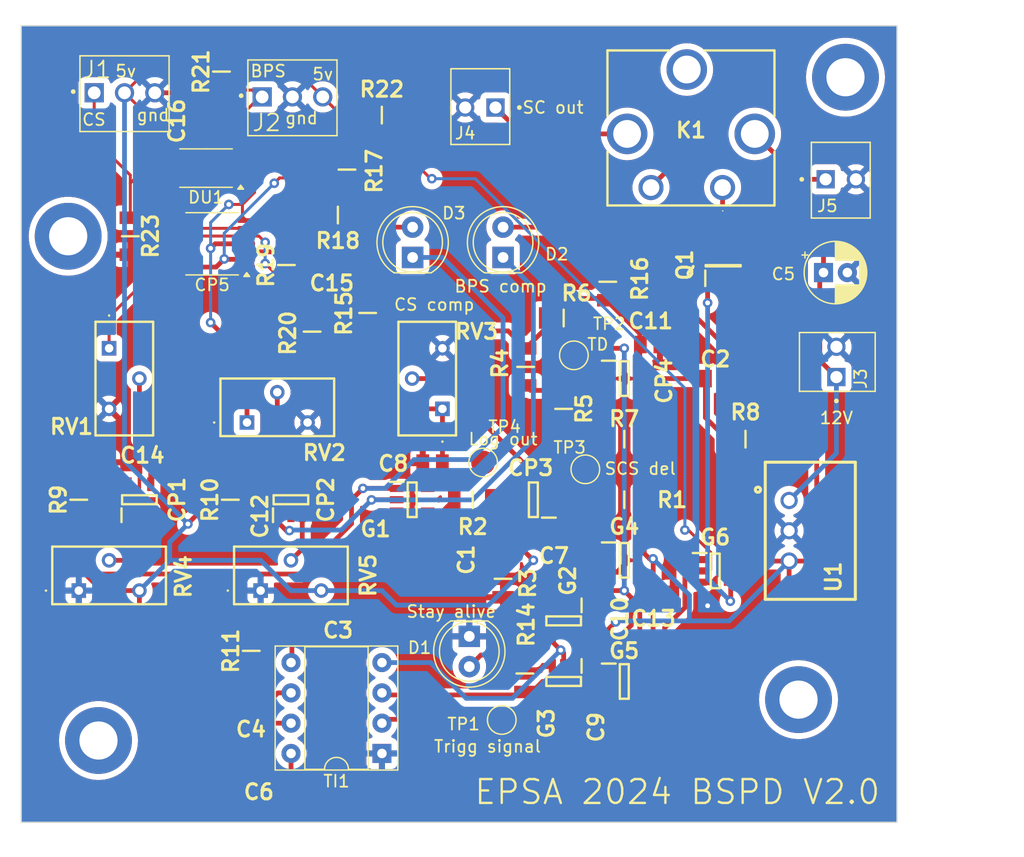
<source format=kicad_pcb>
(kicad_pcb (version 20240108) (generator "pcbnew") (generator_version "8.0")
  (layers (0 "F.Cu" signal) (31 "B.Cu" signal) (34 "B.Paste" user) (35 "F.Paste" user) (36 "B.SilkS" user "B.Silkscreen") (37 "F.SilkS" user "F.Silkscreen") (38 "B.Mask" user) (39 "F.Mask" user) (44 "Edge.Cuts" user))
  (net 0 "")
  (net 1 "Net-(CP3-IN+)")
  (net 2 "0")
  (net 3 "Net-(CP4-IN+)")
  (net 4 "Net-(TI1-CONTROL_VOLTAGE)")
  (net 5 "Net-(TI1-DISCHARGE)")
  (net 6 "Net-(CP1-IN-)")
  (net 7 "Net-(CP1-OUT)")
  (net 8 "Net-(CP1-IN+)")
  (net 9 "+5V")
  (net 10 "Net-(CP2-OUT)")
  (net 11 "Net-(CP2-IN+)")
  (net 12 "Net-(CP2-IN-)")
  (net 13 "Del")
  (net 14 "Net-(CP3-IN-)")
  (net 15 "Trigg")
  (net 16 "Net-(CP4-IN-)")
  (net 17 "Logic out")
  (net 18 "Net-(D1-A)")
  (net 19 "Trigg Signal")
  (net 20 "Net-(D2-A)")
  (net 21 "StayAlive")
  (net 22 "BSPDE")
  (net 23 "Current Sensor IN")
  (net 24 "BPS Signal")
  (net 25 "+12V")
  (net 26 "Net-(D3-A)")
  (net 27 "Net-(K1-Pad1)")
  (net 28 "Net-(G2-Y)")
  (net 29 "Net-(G4-Y)")
  (net 30 "Net-(G6-Y)")
  (net 31 "SCS Compliance")
  (net 32 "Raw Current Sensor")
  (net 33 "Raw BPS Signal")
  (net 34 "SC out")
  (net 35 "SC in")
  (net 37 "GND")
  (net 38 "/0.75V")
  (net 39 "/4.25V")
  (footprint "Package_SO:TSSOP-14_4.4x5mm_P0.65mm" (layer "F.Cu") (at 112.776 69.977 180)
    (property "Reference" "CP5")
    (property "Value" "Opamp_Quad")
  )
  (footprint "EPSA_lib:SOT95P280X145-5N" (layer "F.Cu") (at 142.24 101.6 -90)
    (property "Reference" "G2")
    (property "Value" "Gate NAND SN74AHCT1G00DBVR" (hide yes))
  )
  (footprint "EPSA_lib:CAPC2012X130N" (layer "F.Cu") (at 139.330641 94.192119)
    (property "Reference" "C7")
    (property "Value" "Condensateur 0805Y1000104JXT" (hide yes))
  )
  (footprint "EPSA_lib:SOT95P280X145-5N" (layer "F.Cu") (at 147.32 96.52)
    (property "Reference" "G4")
    (property "Value" "Gate OR SN74AHCT1G32DBVR" (hide yes))
  )
  (footprint "EPSA_lib:MOLEX_22-11-2022" (layer "F.Cu") (at 136.525 58.547 180)
    (property "Reference" "J4")
    (property "Value" "2P Droit 2-11-2022")
  )
  (footprint "" (layer "F.Cu") (at 161.925 108.204)
    (property "Reference" "")
    (property "Value" "")
  )
  (footprint "EPSA_lib:TSR-0.5-2433" (layer "F.Cu") (at 159.136 88.2915 -90)
    (property "Reference" "U1")
    (property "Value" "Alim LP TSR_0.5-2450" (hide yes))
  )
  (footprint "EPSA_lib:3296Y1223LF" (layer "F.Cu") (at 116.84 99.06 -90)
    (property "Reference" "RV5")
    (property "Value" "Varystor 3296Y-1-223LF" (hide yes))
  )
  (footprint "EPSA_lib:RESC3216X70N" (layer "F.Cu") (at 134.62 91.44)
    (property "Reference" "R2")
    (property "Value" "Résistance RK73H2BLTDD2152F" (hide yes))
  )
  (footprint "" (layer "F.Cu") (at 100.711 69.342)
    (property "Reference" "")
    (property "Value" "")
  )
  (footprint "EPSA_lib:SOT95P280X145-5N" (layer "F.Cu") (at 147.32 106.68)
    (property "Reference" "G5")
    (property "Value" "Gate NOR SN74AHCT1G02DBVR" (hide yes))
  )
  (footprint "EPSA_lib:RESC3216X70N" (layer "F.Cu") (at 139.052725 80.299257 -90)
    (property "Reference" "R4")
    (property "Value" "Résistance RK73H2BLTDD2152F" (hide yes))
  )
  (footprint "Package_DIP:DIP-8_W7.62mm_Socket" (layer "F.Cu") (at 127.008945 112.718181 180)
    (property "Reference" "TI1")
    (property "Value" "Timer 555 LM555CMX_NOPB")
  )
  (footprint "LED_THT:LED_D5.0mm" (layer "F.Cu") (at 134.330177 102.89618 -90)
    (property "Reference" "D1")
    (property "Value" "LED")
  )
  (footprint "EPSA_lib:RESC3216X70N" (layer "F.Cu") (at 127 59.182)
    (property "Reference" "R22")
    (property "Value" "10k" (hide yes))
  )
  (footprint "EPSA_lib:SOT95P280X145-5N" (layer "F.Cu") (at 142.24 106.68 -90)
    (property "Reference" "G3")
    (property "Value" "Gate NAND SN74AHCT1G00DBVR" (hide yes))
  )
  (footprint "EPSA_lib:SOT95P280X145-5N" (layer "F.Cu") (at 106.68 91.44 90)
    (property "Reference" "CP1")
    (property "Value" "Comparateur TS391ILT" (hide yes))
  )
  (footprint "EPSA_lib:CAPC2012X130N" (layer "F.Cu") (at 144.996793 101.858091 90)
    (property "Reference" "C10")
    (property "Value" "Condensateur 0805Y1000104JXT" (hide yes))
  )
  (footprint "EPSA_lib:CAPC2012X130N" (layer "F.Cu") (at 103.826525 89.121713 90)
    (property "Reference" "C14")
    (property "Value" "Condensateur 0805Y1000104JXT" (hide yes))
  )
  (footprint "EPSA_lib:RESC3216X70N" (layer "F.Cu") (at 147.32 86.36)
    (property "Reference" "R7")
    (property "Value" "Résistance RK73H2BLTDD2152F" (hide yes))
  )
  (footprint "EPSA_lib:CAPC2012X130N" (layer "F.Cu") (at 150.565317 99.377893)
    (property "Reference" "C13")
    (property "Value" "Condensateur 0805Y1000104JXT" (hide yes))
  )
  (footprint "EPSA_lib:SOT95P280X145-5N" (layer "F.Cu") (at 154.94 97.409)
    (property "Reference" "G6")
    (property "Value" "Gate AND SN74AHCT1G08DBVR" (hide yes))
  )
  (footprint "TestPoint:TestPoint_Pad_D2.0mm" (layer "F.Cu") (at 144.055444 88.887924)
    (property "Reference" "TP3")
    (property "Value" "type=\"R\" model=\"TestPoint\" lib=\"\"")
  )
  (footprint "EPSA_lib:RESC3216X70N" (layer "F.Cu") (at 118.999 71.755 90)
    (property "Reference" "R19")
    (property "Value" "12k" (hide yes))
  )
  (footprint "EPSA_lib:CP112V" (layer "F.Cu") (at 155.5585 65.2605 180)
    (property "Reference" "K1")
    (property "Value" "Relais PCB" (hide yes))
  )
  (footprint "EPSA_lib:RESC3216X70N" (layer "F.Cu") (at 125.811056 75.776009 -90)
    (property "Reference" "R15")
    (property "Value" "Résistance RK73H2BLTDD2152F" (hide yes))
  )
  (footprint "EPSA_lib:3296Y1223LF" (layer "F.Cu") (at 104.14 78.74 180)
    (property "Reference" "RV1")
    (property "Value" "Varystor 3296Y-1-223LF" (hide yes))
  )
  (footprint "EPSA_lib:3296Y1223LF" (layer "F.Cu") (at 101.6 99.06 -90)
    (property "Reference" "RV4")
    (property "Value" "Varystor 3296Y-1-223LF" (hide yes))
  )
  (footprint "EPSA_lib:RESC3216X70N" (layer "F.Cu") (at 157.48 86.36 180)
    (property "Reference" "R8")
    (property "Value" "Résistance RK73H2BLTDD2152F" (hide yes))
  )
  (footprint "EPSA_lib:CAPC2012X130N" (layer "F.Cu") (at 149.48666 78.426525)
    (property "Reference" "C11")
    (property "Value" "Condensateur 0805Y1000104JXT" (hide yes))
  )
  (footprint "EPSA_lib:RESC3216X70N" (layer "F.Cu") (at 147.32 91.44)
    (property "Reference" "R1")
    (property "Value" "Résistance RK73H2BLTDD2152F" (hide yes))
  )
  (footprint "EPSA_lib:CAPC2012X130N" (layer "F.Cu") (at 154.94 81.28)
    (property "Reference" "C2")
    (property "Value" "Condensateur 0805Y1000104JXT" (hide yes))
  )
  (footprint "EPSA_lib:CAPC2012X130N" (layer "F.Cu") (at 111.448 59.69 90)
    (property "Reference" "C16")
    (property "Value" "Condensateur 0805Y1000104JXT" (hide yes))
  )
  (footprint "EPSA_lib:3296Y1223LF" (layer "F.Cu") (at 115.697 84.963 -90)
    (property "Reference" "RV2")
    (property "Value" "Varystor 3296Y-1-223LF" (hide yes))
  )
  (footprint "EPSA_lib:RESC3216X70N" (layer "F.Cu") (at 116.054103 104.111595 90)
    (property "Reference" "R11")
    (property "Value" "Résistance RK73H2BLTDD2152F" (hide yes))
  )
  (footprint "LED_THT:LED_D5.0mm" (layer "F.Cu") (at 137.16 71.12 90)
    (property "Reference" "D2")
    (property "Value" "LED")
  )
  (footprint "EPSA_lib:MOLEX_22-11-2022" (layer "F.Cu") (at 165.1 81.153 90)
    (property "Reference" "J3")
    (property "Value" "2P Droit 2-11-2022")
  )
  (footprint "LED_THT:LED_D5.0mm" (layer "F.Cu") (at 129.579341 71.12 90)
    (property "Reference" "D3")
    (property "Value" "LED")
  )
  (footprint "EPSA_lib:RESC3216X70N" (layer "F.Cu") (at 138.991482 106.011767 -90)
    (property "Reference" "R14")
    (property "Value" "Résistance RK73H2BLTDD2152F" (hide yes))
  )
  (footprint "EPSA_lib:RESC3216X70N" (layer "F.Cu") (at 113.56 55.534001 90)
    (property "Reference" "R21")
    (property "Value" "500k" (hide yes))
  )
  (footprint "EPSA_lib:CAPC2012X130N" (layer "F.Cu") (at 120.036769 115.893642)
    (property "Reference" "C6")
    (property "Value" "Condensateur 0805Y1000104JXT" (hide yes))
  )
  (footprint "TestPoint:TestPoint_Pad_D2.0mm" (layer "F.Cu") (at 137.051316 109.908327)
    (property "Reference" "TP1")
    (property "Value" "TestPoint")
  )
  (footprint "EPSA_lib:RESC3216X70N" (layer "F.Cu") (at 137.16 98.07 90)
    (property "Reference" "R3")
    (property "Value" "Résistance RK73H2BLTDD2152F" (hide yes))
  )
  (footprint "EPSA_lib:RESC3216X70N" (layer "F.Cu") (at 142.24 76.2 180)
    (property "Reference" "R6")
    (property "Value" "Résistance RK73H2BLTDD2152F" (hide yes))
  )
  (footprint "Capacitor_THT:CP_Radial_D5.0mm_P2.00mm" (layer "F.Cu") (at 164.017888 72.39)
    (property "Reference" "C5")
    (property "Value" "C")
  )
  (footprint "EPSA_lib:CAPC2012X130N" (layer "F.Cu") (at 116.657137 89.154906 90)
    (property "Reference" "C12")
    (property "Value" "Condensateur 0805Y1000104JXT" (hide yes))
  )
  (footprint "EPSA_lib:SOT95P237X112-3N" (layer "F.Cu") (at 155.609 71.816 90)
    (property "Reference" "Q1")
    (property "Value" "NMOS SQ2348ES-T1_GE3" (hide yes))
  )
  (footprint "EPSA_lib:RESC3216X70N" (layer "F.Cu") (at 121.158 77.343 90)
    (property "Reference" "R20")
    (property "Value" "82k" (hide yes))
  )
  (footprint "EPSA_lib:SOT95P280X145-5N" (layer "F.Cu") (at 139.7 91.44 180)
    (property "Reference" "CP3")
    (property "Value" "Comparateur TS391ILT" (hide yes))
  )
  (footprint "EPSA_lib:RESC3216X70N" (layer "F.Cu") (at 145.937287 73.159219 90)
    (property "Reference" "R16")
    (property "Value" "Résistance RK73H2BLTDD2152F" (hide yes))
  )
  (footprint "EPSA_lib:CAPC2012X130N" (layer "F.Cu") (at 131.25078 88.369796 180)
    (property "Reference" "C8")
    (property "Value" "Condensateur 0805Y1000104JXT" (hide yes))
  )
  (footprint "EPSA_lib:RESC3216X70N" (layer "F.Cu") (at 123.317 67.564 180)
    (property "Reference" "R18")
    (property "Value" "12k" (hide yes))
  )
  (footprint "EPSA_lib:RESC3216X70N" (layer "F.Cu") (at 105.918 69.342 -90)
    (property "Reference" "R23")
    (property "Value" "500k" (hide yes))
  )
  (footprint "EPSA_lib:MOLEX_22-11-2032" (layer "F.Cu") (at 116.967 57.658)
    (property "Reference" "J2")
    (property "Value" "3P Droit 22-11-2032")
  )
  (footprint "EPSA_lib:3296Y1223LF" (layer "F.Cu") (at 132.08 83.82)
    (property "Reference" "RV3")
    (property "Value" "Varystor 3296Y-1-223LF" (hide yes))
  )
  (footprint "EPSA_lib:CAPC2012X130N" (layer "F.Cu") (at 123.571 71.374)
    (property "Reference" "C15")
    (property "Value" "Condensateur 0805Y1000104JXT" (hide yes))
  )
  (footprint "EPSA_lib:CAPC2012X130N" (layer "F.Cu") (at 116.041316 109.064947 180)
    (property "Reference" "C4")
    (property "Value" "Condensateur 0805Y1000104JXT" (hide yes))
  )
  (footprint "EPSA_lib:MOLEX_22-11-2022" (layer "F.Cu") (at 164.195 64.568)
    (property "Reference" "J5")
    (property "Value" "2P Droit 2-11-2022")
  )
  (footprint "Package_SO:TSSOP-8_4.4x3mm_P0.65mm" (layer "F.Cu") (at 112.268 63.627 180)
    (property "Reference" "DU1")
    (property "Value" "Opamp_Dual")
  )
  (footprint "EPSA_lib:RESC3216X70N" (layer "F.Cu") (at 124.079 63.754 90)
    (property "Reference" "R17")
    (property "Value" "82k" (hide yes))
  )
  (footprint "EPSA_lib:SOT95P280X145-5N" (layer "F.Cu") (at 147.32 81.28)
    (property "Reference" "CP4")
    (property "Value" "Comparateur TS391ILT" (hide yes))
  )
  (footprint "EPSA_lib:RESC3216X70N" (layer "F.Cu") (at 114.3 91.44 90)
    (property "Reference" "R10")
    (property "Value" "Résistance RK73H2BLTDD2152F" (hide yes))
  )
  (footprint "EPSA_lib:CAPC2012X130N" (layer "F.Cu") (at 132.08 96.52 -90)
    (property "Reference" "C1")
    (property "Value" "Condensateur 0805Y1000104JXT" (hide yes))
  )
  (footprint "EPSA_lib:RESC3216X70N" (layer "F.Cu") (at 101.6 91.44 90)
    (property "Reference" "R9")
    (property "Value" "Résistance RK73H2BLTDD2152F" (hide yes))
  )
  (footprint "" (layer "F.Cu") (at 103.251 111.633)
    (property "Reference" "")
    (property "Value" "")
  )
  (footprint "EPSA_lib:SOT95P280X145-5N" (layer "F.Cu") (at 129.54 91.44)
    (property "Reference" "G1")
    (property "Value" "Gate AND SN74AHCT1G08DBVR" (hide yes))
  )
  (footprint "" (layer "F.Cu") (at 165.862 56.007)
    (property "Reference" "")
    (property "Value" "")
  )
  (footprint "EPSA_lib:MOLEX_22-11-2032" (layer "F.Cu") (at 102.892 57.312001)
    (property "Reference" "J1")
    (property "Value" "3P Droit 22-11-2032")
  )
  (footprint "TestPoint:TestPoint_Pad_D2.0mm" (layer "F.Cu") (at 135.489466 88.320355)
    (property "Reference" "TP4")
    (property "Value" "TestPoint")
  )
  (footprint "EPSA_lib:SOT95P280X145-5N" (layer "F.Cu") (at 119.38 91.44 90)
    (property "Reference" "CP2")
    (property "Value" "Comparateur TS391ILT" (hide yes))
  )
  (footprint "TestPoint:TestPoint_Pad_D2.0mm" (layer "F.Cu") (at 143.095409 79.329644)
    (property "Reference" "TP2")
    (property "Value" "type=\"R\" model=\"TestPoint\" lib=\"\"")
  )
  (footprint "EPSA_lib:CAPC2012X130N" (layer "F.Cu") (at 143.081373 110.555008 -90)
    (property "Reference" "C9")
    (property "Value" "Condensateur 0805Y1000104JXT" (hide yes))
  )
  (footprint "EPSA_lib:CAPC2012X130N" (layer "F.Cu") (at 120.281379 102.505323 180)
    (property "Reference" "C3")
    (property "Value" "Condensateur 0805Y1000104JXT" (hide yes))
  )
  (footprint "EPSA_lib:RESC3216X70N" (layer "F.Cu") (at 142.24 83.82 -90)
    (property "Reference" "R5")
    (property "Value" "Résistance RK73H2BLTDD2152F" (hide yes))
  )
  (gr_rect (start 96.774 51.689) (end 170.18 118.491) (stroke (width 0.1)) (fill none) (layer "Edge.Cuts"))
  (gr_text "5v" (at 122.047 55.753 0) (layer "F.SilkS") (effects (font (size 1 1))))
  (gr_text "SC out" (at 141.351 58.547 0) (layer "F.SilkS") (effects (font (size 1 1))))
  (gr_text "CS comp" (at 131.391148 75.074794 0) (layer "F.SilkS") (effects (font (size 1 1))))
  (gr_text "Stay alive" (at 132.815063 100.819807 0) (layer "F.SilkS") (effects (font (size 1 1))))
  (gr_text "5v" (at 105.537 55.499 0) (layer "F.SilkS") (effects (font (size 1 1))))
  (gr_text "CS" (at 102.87 59.563 0) (layer "F.SilkS") (effects (font (size 1 1))))
  (gr_text "BPS" (at 117.475 55.499 0) (layer "F.SilkS") (effects (font (size 1 1))))
  (gr_text "TD" (at 145.106819 78.412898 0) (layer "F.SilkS") (effects (font (size 1 1))))
  (gr_text "Trigg signal" (at 135.856715 112.128797 0) (layer "F.SilkS") (effects (font (size 1 1))))
  (gr_text "BPS comp" (at 136.951948 73.541905 0) (layer "F.SilkS") (effects (font (size 1 1))))
  (gr_text "SCS del" (at 148.658396 88.831744 0) (layer "F.SilkS") (effects (font (size 1 1))))
  (gr_text "EPSA 2024 BSPD V2.0" (at 151.765 115.951 0) (layer "F.SilkS") (effects (font (size 2 2) (thickness 0.2))))
  (gr_text "gnd" (at 107.823 59.182 0) (layer "F.SilkS") (effects (font (size 1 1))))
  (gr_text "gnd" (at 120.269 59.436 0) (layer "F.SilkS") (effects (font (size 1 1))))
  (gr_text "Log out" (at 137.16 86.36 0) (layer "F.SilkS") (effects (font (size 1 1))))
  (gr_text "12V" (at 165.1 84.582 0) (layer "F.SilkS") (effects (font (size 1 1))))
  (segment (start 137.16 93.98) (end 137.16 96.52) (width 0.4) (layer "F.Cu") (net 1))
  (segment (start 137.45 91.44) (end 138.4 90.49) (width 0.4) (layer "F.Cu") (net 1))
  (segment (start 136.17 91.44) (end 136.17 92.99) (width 0.4) (layer "F.Cu") (net 1))
  (segment (start 136.17 92.99) (end 137.16 93.98) (width 0.4) (layer "F.Cu") (net 1))
  (segment (start 136.17 91.44) (end 137.45 91.44) (width 0.4) (layer "F.Cu") (net 1))
  (segment (start 136.17 91.44) (end 132.08 95.53) (width 0.4) (layer "F.Cu") (net 1))
  (segment (start 151.385317 95.632317) (end 151.384 95.631) (width 0.4) (layer "F.Cu") (net 2))
  (segment (start 120.082 91.313) (end 122.301 91.313) (width 0.4) (layer "F.Cu") (net 2))
  (segment (start 153.64 98.359) (end 153.64 99.665) (width 0.4) (layer "F.Cu") (net 2))
  (segment (start 144.434884 101.6) (end 139.7 101.6) (width 0.4) (layer "F.Cu") (net 2))
  (segment (start 108.951 70.627) (end 108.458 71.12) (width 0.25) (layer "F.Cu") (net 2))
  (segment (start 107.972 57.312001) (end 109.692999 57.312001) (width 0.4) (layer "F.Cu") (net 2))
  (segment (start 109.692999 57.312001) (end 109.728 57.277) (width 0.4) (layer "F.Cu") (net 2))
  (segment (start 109.9135 70.627) (end 108.951 70.627) (width 0.25) (layer "F.Cu") (net 2))
  (segment (start 146.745 97.47) (end 147.32 96.895) (width 0.4) (layer "F.Cu") (net 2))
  (segment (start 137.033 107.061) (end 130.81 107.061) (width 0.4) (layer "F.Cu") (net 2))
  (segment (start 130.81 107.061) (end 130.048 106.299) (width 0.4) (layer "F.Cu") (net 2))
  (segment (start 139.925 106.045) (end 138.049 106.045) (width 0.4) (layer "F.Cu") (net 2))
  (segment (start 119.38 92.015) (end 120.082 91.313) (width 0.4) (layer "F.Cu") (net 2))
  (segment (start 144.996793 101.038091) (end 144.434884 101.6) (width 0.4) (layer "F.Cu") (net 2))
  (segment (start 141.29 105.38) (end 140.59 105.38) (width 0.4) (layer "F.Cu") (net 2))
  (segment (start 153.64 99.665) (end 154.305 100.33) (width 0.4) (layer "F.Cu") (net 2))
  (segment (start 108.458 71.12) (end 108.458 73.152) (width 0.25) (layer "F.Cu") (net 2))
  (segment (start 119.38 92.74) (end 119.38 92.015) (width 0.4) (layer "F.Cu") (net 2))
  (segment (start 151.385317 99.377893) (end 151.385317 95.632317) (width 0.4) (layer "F.Cu") (net 2))
  (segment (start 146.02 97.47) (end 146.745 97.47) (width 0.4) (layer "F.Cu") (net 2))
  (segment (start 147.32 96.895) (end 147.32 89.027) (width 0.4) (layer "F.Cu") (net 2))
  (segment (start 140.59 105.38) (end 139.925 106.045) (width 0.4) (layer "F.Cu") (net 2))
  (segment (start 138.049 106.045) (end 137.033 107.061) (width 0.4) (layer "F.Cu") (net 2))
  (via (at 154.305 100.33) (size 0.8) (drill 0.4) (layers "F.Cu" "B.Cu") (net 2))
  (segment (start 154.12 81.28) (end 154.12 84.55) (width 0.4) (layer "F.Cu") (net 3))
  (segment (start 154.12 81.28) (end 149.57 81.28) (width 0.4) (layer "F.Cu") (net 3))
  (segment (start 149.57 81.28) (end 148.62 82.23) (width 0.4) (layer "F.Cu") (net 3))
  (segment (start 148.87 86.36) (end 148.87 82.48) (width 0.4) (layer "F.Cu") (net 3))
  (segment (start 148.87 82.48) (end 148.62 82.23) (width 0.4) (layer "F.Cu") (net 3))
  (segment (start 154.12 84.55) (end 155.93 86.36) (width 0.4) (layer "F.Cu") (net 3))
  (segment (start 119.461379 102.505323) (end 119.461379 105.025747) (width 0.4) (layer "F.Cu") (net 4))
  (segment (start 119.461379 105.025747) (end 119.388945 105.098181) (width 0.4) (layer "F.Cu") (net 4))
  (segment (start 119.388945 107.638181) (end 118.288082 107.638181) (width 0.4) (layer "F.Cu") (net 5))
  (segment (start 116.861316 109.064947) (end 116.861316 106.468808) (width 0.4) (layer "F.Cu") (net 5))
  (segment (start 116.861316 106.468808) (end 116.054103 105.661595) (width 0.4) (layer "F.Cu") (net 5))
  (segment (start 118.288082 107.638181) (end 116.861316 109.064947) (width 0.4) (layer "F.Cu") (net 5))
  (segment (start 119.388945 110.178181) (end 117.97455 110.178181) (width 0.4) (layer "F.Cu") (net 5))
  (segment (start 117.97455 110.178181) (end 116.861316 109.064947) (width 0.4) (layer "F.Cu") (net 5))
  (segment (start 107.63 94.372683) (end 107.63 92.74) (width 0.4) (layer "F.Cu") (net 6))
  (segment (start 105.482683 96.52) (end 107.63 94.372683) (width 0.4) (layer "F.Cu") (net 6))
  (segment (start 104.14 96.52) (end 105.482683 96.52) (width 0.4) (layer "F.Cu") (net 6))
  (segment (start 103.15 92.99) (end 105.48 92.99) (width 0.4) (layer "F.Cu") (net 7))
  (segment (start 101.6 92.99) (end 103.15 92.99) (width 0.4) (layer "F.Cu") (net 7))
  (segment (start 124.46 93.445) (end 124.46 91.44) (width 0.4) (layer "F.Cu") (net 7))
  (segment (start 103.15 92.99) (end 103.15 94.179002) (width 0.4) (layer "F.Cu") (net 7))
  (segment (start 102.449431 96.723694) (end 103.393981 97.668244) (width 0.4) (layer "F.Cu") (net 7))
  (segment (start 120.236756 97.668244) (end 124.46 93.445) (width 0.4) (layer "F.Cu") (net 7))
  (segment (start 103.15 94.179002) (end 102.449431 94.879571) (width 0.4) (layer "F.Cu") (net 7))
  (segment (start 102.449431 94.879571) (end 102.449431 96.723694) (width 0.4) (layer "F.Cu") (net 7))
  (segment (start 125.41 90.49) (end 128.24 90.49) (width 0.4) (layer "F.Cu") (net 7))
  (segment (start 124.46 91.44) (end 125.41 90.49) (width 0.4) (layer "F.Cu") (net 7))
  (segment (start 103.393981 97.668244) (end 120.236756 97.668244) (width 0.4) (layer "F.Cu") (net 7))
  (segment (start 105.48 92.99) (end 105.73 92.74) (width 0.4) (layer "F.Cu") (net 7))
  (via (at 125.41 90.49) (size 0.8) (drill 0.4) (layers "F.Cu" "B.Cu") (net 7))
  (segment (start 137.16 85.342508) (end 137.16 76.2) (width 0.4) (layer "B.Cu") (net 7))
  (segment (start 132.08 71.12) (end 129.579341 71.12) (width 0.4) (layer "B.Cu") (net 7))
  (segment (start 137.16 76.2) (end 132.08 71.12) (width 0.4) (layer "B.Cu") (net 7))
  (segment (start 127.277 90.49) (end 129.695239 88.071761) (width 0.4) (layer "B.Cu") (net 7))
  (segment (start 125.41 90.49) (end 127.277 90.49) (width 0.4) (layer "B.Cu") (net 7))
  (segment (start 129.695239 88.071761) (end 134.430747 88.071761) (width 0.4) (layer "B.Cu") (net 7))
  (segment (start 134.430747 88.071761) (end 137.16 85.342508) (width 0.4) (layer "B.Cu") (net 7))
  (segment (start 106.68 81.28) (end 106.68 86.36) (width 0.4) (layer "F.Cu") (net 8))
  (segment (start 106.68 86.36) (end 107.63 87.31) (width 0.4) (layer "F.Cu") (net 8))
  (segment (start 107.63 87.31) (end 107.63 90.14) (width 0.4) (layer "F.Cu") (net 8))
  (segment (start 147.32 76.2) (end 153.416 76.2) (width 0.4) (layer "F.Cu") (net 9))
  (segment (start 125.793257 80.073257) (end 125.793257 77.343808) (width 0.4) (layer "F.Cu") (net 9))
  (segment (start 116.84 102.59) (end 108.889831 102.59) (width 0.4) (layer "F.Cu") (net 9))
  (segment (start 118.843047 70.358) (end 118.808048 70.323001) (width 0.25) (layer "F.Cu") (net 9))
  (segment (start 118.554 70.65) (end 115.6615 70.65) (width 0.4) (layer "F.Cu") (net 9))
  (segment (start 146.5955 101.692134) (end 145.387634 102.9) (width 0.4) (layer "F.Cu") (net 9))
  (segment (start 119.388945 112.718181) (end 119.388945 115.721466) (width 0.4) (layer "F.Cu") (net 9))
  (segment (start 110.744 93.446) (end 110.744 93.472) (width 0.4) (layer "F.Cu") (net 9))
  (segment (start 140.69 76.2) (end 142.355167 74.534833) (width 0.4) (layer "F.Cu") (net 9))
  (segment (start 114.384906 89.974906) (end 118.264906 89.974906) (width 0.4) (layer "F.Cu") (net 9))
  (segment (start 101.6 89.89) (end 100.05 91.44) (width 0.4) (layer "F.Cu") (net 9))
  (segment (start 125.45 59.182) (end 123.571 59.182) (width 0.25) (layer "F.Cu") (net 9))
  (segment (start 100.05 91.44) (end 100.05 95.583663) (width 0.4) (layer "F.Cu") (net 9))
  (segment (start 139.052725 78.749257) (end 140.69 77.111982) (width 0.4) (layer "F.Cu") (net 9))
  (segment (start 110.49 62.358189) (end 110.49 64.262) (width 0.25) (layer "F.Cu") (net 9))
  (segment (start 132.08 83.82) (end 132.08 89.25) (width 0.4) (layer "F.Cu") (net 9))
  (segment (start 142.563397 74.534833) (end 142.584865 74.556301) (width 0.4) (layer "F.Cu") (net 9))
  (segment (start 118.999 70.205) (end 118.554 70.65) (width 0.4) (layer "F.Cu") (net 9))
  (segment (start 122.751 74.265953) (end 122.751 71.374) (width 0.4) (layer "F.Cu") (net 9))
  (segment (start 119.216769 115.893642) (end 118.433642 115.893642) (width 0.4) (layer "F.Cu") (net 9))
  (segment (start 149.733 96.393) (end 149.443 96.393) (width 0.4) (layer "F.Cu") (net 9))
  (segment (start 105.432 57.312001) (end 107.118001 55.626) (width 0.25) (layer "F.Cu") (net 9))
  (segment (start 125.793257 77.343808) (end 125.811056 77.326009) (width 0.4) (layer "F.Cu") (net 9))
  (segment (start 111.448 61.400189) (end 110.49 62.358189) (width 0.25) (layer "F.Cu") (net 9))
  (segment (start 125.811056 77.326009) (end 122.751 74.265953) (width 0.4) (layer "F.Cu") (net 9))
  (segment (start 119.388945 115.721466) (end 119.216769 115.893642) (width 0.4) (layer "F.Cu") (net 9))
  (segment (start 148.62 77.5) (end 148.62 80.33) (width 0.4) (layer "F.Cu") (net 9))
  (segment (start 105.918 57.798001) (end 105.432 57.312001) (width 0.25) (layer "F.Cu") (net 9))
  (segment (start 137.586307 77.282839) (end 139.052725 78.749257) (width 0.4) (layer "F.Cu") (net 9))
  (segment (start 119.216769 116.965292) (end 119.216769 115.893642) (width 0.4) (layer "F.Cu") (net 9))
  (segment (start 156.3625 96.5815) (end 156.24 96.459) (width 0.4) (layer "F.Cu") (net 9))
  (segment (start 107.118001 55.626) (end 120.015 55.626) (width 0.25) (layer "F.Cu") (net 9))
  (segment (start 105.48 89.89) (end 105.73 90.14) (width 0.4) (layer "F.Cu") (net 9))
  (segment (start 120.015 55.626) (end 122.047 57.658) (width 0.25) (layer "F.Cu") (net 9))
  (segment (start 111.448 60.51) (end 111.448 61.400189) (width 0.25) (layer "F.Cu") (net 9))
  (segment (start 141.133182 109.735008) (end 133.64719 117.221) (width 0.4) (layer "F.Cu") (net 9))
  (segment (start 138.4 95.22) (end 138.4 92.39) (width 0.4) (layer "F.Cu") (net 9))
  (segment (start 108.889831 106.349831) (end 108.889831 102.59) (width 0.4) (layer "F.Cu") (net 9))
  (segment (start 149.733 96.393) (end 149.745317 96.405317) (width 0.4) (layer "F.Cu") (net 9))
  (segment (start 106.68 100.380169) (end 108.889831 102.59) (width 0.4) (layer "F.Cu") (net 9))
  (segment (start 114.3 89.89) (end 110.744 93.446) (width 0.4) (layer "F.Cu") (net 9))
  (segment (start 162.4985 96.5815) (end 161.136 96.5815) (width 0.4) (layer "F.Cu") (net 9))
  (segment (start 124.079 59.69) (end 122.047 57.658) (width 0.25) (layer "F.Cu") (net 9))
  (segment (start 110.164999 64.587001) (end 109.4275 64.587001) (width 0.25) (layer "F.Cu") (net 9))
  (segment (start 115.6615 70.65) (end 115.6385 70.627) (width 0.4) (layer "F.Cu") (net 9))
  (segment (start 148.62 95.57) (end 148.62 91.69) (width 0.4) (layer "F.Cu") (net 9))
  (segment (start 161.136 96.5815) (end 156.3625 96.5815) (width 0.4) (layer "F.Cu") (net 9))
  (segment (start 142.355167 74.534833) (end 142.563397 74.534833) (width 0.4) (layer "F.Cu") (net 9))
  (segment (start 118.433642 115.893642) (end 108.889831 106.349831) (width 0.4) (layer "F.Cu") (net 9))
  (segment (start 143.19 107.98) (end 143.19 109.626381) (width 0.4) (layer "F.Cu") (net 9))
  (segment (start 103.526337 99.06) (end 106.68 99.06) (width 0.4) (layer "F.Cu") (net 9))
  (segment (start 122.751 71.374) (end 120.168 71.374) (width 0.4) (layer "F.Cu") (net 9))
  (segment (start 161.136 96.5815) (end 161.136 99.214) (width 0.4) (layer "F.Cu") (net 9))
  (segment (start 132.08 89.25) (end 130.84 90.49) (width 0.4) (layer "F.Cu") (net 9))
  (segment (start 120.168 71.374) (end 118.999 70.205) (width 0.4) (layer "F.Cu") (net 9))
  (segment (start 140.69 77.111982) (end 140.69 76.2) (width 0.4) (layer "F.Cu") (net 9))
  (segment (start 123.571 59.182) (end 122.047 57.658) (width 0.25) (layer "F.Cu") (net 9))
  (segment (start 125.811056 77.326009) (end 125.854226 77.282839) (width 0.4) (layer "F.Cu") (net 9))
  (segment (start 153.416 76.2) (end 163.449 86.233) (width 0.4) (layer "F.Cu") (net 9))
  (segment (start 150.614992 109.735008) (end 143.081373 109.735008) (width 0.4) (layer "F.Cu") (net 9))
  (segment (start 129.54 83.82) (end 125.793257 80.073257) (width 0.4) (layer "F.Cu") (net 9))
  (segment (start 139.7 96.52) (end 138.4 95.22) (width 0.4) (layer "F.Cu") (net 9))
  (segment (start 105.443812 57.312001) (end 110.49 62.358189) (width 0.25) (layer "F.Cu") (net 9))
  (segment (start 132.08 83.82) (end 129.54 83.82) (width 0.4) (layer "F.Cu") (net 9))
  (segment (start 145.387634 102.9) (end 143.19 102.9) (width 0.4) (layer "F.Cu") (net 9))
  (segment (start 124.079 62.204) (end 124.079 59.69) (width 0.25) (layer "F.Cu") (net 9))
  (segment (start 163.449 86.233) (end 163.449 95.631) (width 0.4) (layer "F.Cu") (net 9))
  (segment (start 125.854226 77.282839) (end 137.586307 77.282839) (width 0.4) (layer "F.Cu") (net 9))
  (segment (start 145.676301 74.556301) (end 147.32 76.2) (width 0.4) (layer "F.Cu") (net 9))
  (segment (start 148.62 105.73) (end 149.735532 104.614468) (width 0.4) (layer "F.Cu") (net 9))
  (segment (start 149.443 96.393) (end 148.62 95.57) (width 0.4) (layer "F.Cu") (net 9))
  (segment (start 147.32 76.2) (end 148.62 77.5) (width 0.4) (layer "F.Cu") (net 9))
  (segment (start 114.3 89.89) (end 114.384906 89.974906) (width 0.4) (layer "F.Cu") (net 9))
  (segment (start 118.264906 89.974906) (end 118.43 90.14) (width 0.4) (layer "F.Cu") (net 9))
  (segment (start 110.49 64.262) (end 110.164999 64.587001) (width 0.25) (layer "F.Cu") (net 9))
  (segment (start 100.05 95.583663) (end 103.526337 99.06) (width 0.4) (layer "F.Cu") (net 9))
  (segment (start 133.64719 117.221) (end 119.472477 117.221) (width 0.4) (layer "F.Cu") (net 9))
  (segment (start 101.6 89.89) (end 105.48 89.89) (width 0.4) (layer "F.Cu") (net 9))
  (segment (start 143.081373 109.735008) (end 141.133182 109.735008) (width 0.4) (layer "F.Cu") (net 9))
  (segment (start 106.68 99.06) (end 106.68 100.380169) (width 0.4) (layer "F.Cu") (net 9))
  (segment (start 119.472477 117.221) (end 119.216769 116.965292) (width 0.4) (layer "F.Cu") (net 9))
  (segment (start 142.584865 74.556301) (end 145.676301 74.556301) (width 0.4) (layer "F.Cu") (net 9))
  (segment (start 163.449 95.631) (end 162.4985 96.5815) (width 0.4) (layer "F.Cu") (net 9))
  (segment (start 161.136 99.214) (end 150.614992 109.735008) (width 0.4) (layer "F.Cu") (net 9))
  (segment (start 118.23161 89.94161) (end 118.43 90.14) (width 0.4) (layer "F.Cu") (net 9))
  (segment (start 149.735532 104.614468) (end 149.735532 99.387678) (width 0.4) (layer "F.Cu") (net 9))
  (segment (start 149.745317 96.405317) (end 149.745317 99.377893) (width 0.4) (layer "F.Cu") (net 9))
  (segment (start 105.432 57.312001) (end 105.443812 57.312001) (width 0.25) (layer "F.Cu") (net 9))
  (via (at 146.5955 101.692134) (size 0.8) (drill 0.4) (layers "F.Cu" "B.Cu") (net 9))
  (via (at 139.7 96.52) (size 0.8) (drill 0.4) (layers "F.Cu" "B.Cu") (net 9))
  (via (at 149.733 96.393) (size 0.8) (drill 0.4) (layers "F.Cu" "B.Cu") (net 9))
  (via (at 110.744 93.472) (size 0.8) (drill 0.4) (layers "F.Cu" "B.Cu") (net 9))
  (segment (start 127 99.06) (end 121.92 99.06) (width 0.4) (layer "B.Cu") (net 9))
  (segment (start 116.84 96.52) (end 109.22 96.52) (width 0.4) (layer "B.Cu") (net 9))
  (segment (start 110.744 93.472) (end 109.22 94.996) (width 0.4) (layer "B.Cu") (net 9))
  (segment (start 152.781 101.6) (end 156.1175 101.6) (width 0.4) (layer "B.Cu") (net 9))
  (segment (start 139.7 96.52) (end 135.942314 100.277686) (width 0.4) (layer "B.Cu") (net 9))
  (segment (start 149.733 96.393) (end 152.781 99.441) (width 0.4) (layer "B.Cu") (net 9))
  (segment (start 128.217686 100.277686) (end 127 99.06) (width 0.4) (layer "B.Cu") (net 9))
  (segment (start 128.217686 100.277686) (end 135.942314 100.277686) (width 0.4) (layer "B.Cu") (net 9))
  (segment (start 109.22 94.996) (end 109.22 96.52) (width 0.4) (layer "B.Cu") (net 9))
  (segment (start 156.1175 101.6) (end 161.136 96.5815) (width 0.4) (layer "B.Cu") (net 9))
  (segment (start 110.744 93.472) (end 105.432 88.16) (width 0.4) (layer "B.Cu") (net 9))
  (segment (start 106.68 99.06) (end 109.22 96.52) (width 0.4) (layer "B.Cu") (net 9))
  (segment (start 105.432 88.16) (end 105.432 57.312001) (width 0.4) (layer "B.Cu") (net 9))
  (segment (start 119.38 99.06) (end 116.84 96.52) (width 0.4) (layer "B.Cu") (net 9))
  (segment (start 146.5955 101.692134) (end 146.687634 101.6) (width 0.4) (layer "B.Cu") (net 9))
  (segment (start 146.687634 101.6) (end 152.781 101.6) (width 0.4) (layer "B.Cu") (net 9))
  (segment (start 121.92 99.06) (end 119.38 99.06) (width 0.4) (layer "B.Cu") (net 9))
  (segment (start 152.781 99.441) (end 152.781 101.6) (width 0.4) (layer "B.Cu") (net 9))
  (segment (start 114.3 92.99) (end 118.18 92.99) (width 0.4) (layer "F.Cu") (net 10))
  (segment (start 128.24 91.44) (end 126.147071 91.44) (width 0.4) (layer "F.Cu") (net 10))
  (segment (start 119.251221 94.028303) (end 118.993303 94.028303) (width 0.4) (layer "F.Cu") (net 10))
  (segment (start 118.43 93.465) (end 118.43 92.74) (width 0.4) (layer "F.Cu") (net 10))
  (segment (start 126.147071 91.44) (end 126.133745 91.453326) (width 0.4) (layer "F.Cu") (net 10))
  (segment (start 118.993303 94.028303) (end 118.43 93.465) (width 0.4) (layer "F.Cu") (net 10))
  (segment (start 118.18 92.99) (end 118.43 92.74) (width 0.4) (layer "F.Cu") (net 10))
  (via (at 119.251221 94.028303) (size 0.8) (drill 0.4) (layers "F.Cu" "B.Cu") (net 10))
  (via (at 126.133745 91.453326) (size 0.8) (drill 0.4) (layers "F.Cu" "B.Cu") (net 10))
  (segment (start 139.7 86.36) (end 139.7 73.66) (width 0.4) (layer "B.Cu") (net 10))
  (segment (start 126.133745 91.453326) (end 134.606674 91.453326) (width 0.4) (layer "B.Cu") (net 10))
  (segment (start 139.7 73.66) (end 137.16 71.12) (width 0.4) (layer "B.Cu") (net 10))
  (segment (start 134.606674 91.453326) (end 139.7 86.36) (width 0.4) (layer "B.Cu") (net 10))
  (segment (start 123.607071 93.98) (end 126.133745 91.453326) (width 0.4) (layer "B.Cu") (net 10))
  (segment (start 119.299524 93.98) (end 123.607071 93.98) (width 0.4) (layer "B.Cu") (net 10))
  (segment (start 119.251221 94.028303) (end 119.299524 93.98) (width 0.4) (layer "B.Cu") (net 10))
  (segment (start 118.237 88.047) (end 120.33 90.14) (width 0.4) (layer "F.Cu") (net 11))
  (segment (start 118.237 82.423) (end 118.237 88.047) (width 0.4) (layer "F.Cu") (net 11))
  (segment (start 120.33 95.57) (end 120.33 92.74) (width 0.4) (layer "F.Cu") (net 12))
  (segment (start 119.38 96.52) (end 120.33 95.57) (width 0.4) (layer "F.Cu") (net 12))
  (segment (start 146.02 95.57) (end 145.195 95.57) (width 0.4) (layer "F.Cu") (net 13))
  (segment (start 145.195 95.57) (end 143.19 97.575) (width 0.4) (layer "F.Cu") (net 13))
  (segment (start 143.19 97.575) (end 143.19 100.3) (width 0.4) (layer "F.Cu") (net 13))
  (segment (start 144.82 92.39) (end 145.77 91.44) (width 0.4) (layer "F.Cu") (net 13))
  (segment (start 145.77 95.32) (end 146.02 95.57) (width 0.4) (layer "F.Cu") (net 13))
  (segment (start 145.77 88.936453) (end 145.77 86.36) (width 0.4) (layer "F.Cu") (net 13))
  (segment (start 142.24 100.3) (end 143.19 100.3) (width 0.4) (layer "F.Cu") (net 13))
  (segment (start 145.721471 88.887924) (end 145.77 88.936453) (width 0.4) (layer "F.Cu") (net 13))
  (segment (start 144.055444 88.887924) (end 145.721471 88.887924) (width 0.4) (layer "F.Cu") (net 13))
  (segment (start 145.77 91.44) (end 145.77 95.32) (width 0.4) (layer "F.Cu") (net 13))
  (segment (start 141 92.39) (end 144.82 92.39) (width 0.4) (layer "F.Cu") (net 13))
  (segment (start 145.77 91.44) (end 145.77 88.936453) (width 0.4) (layer "F.Cu") (net 13))
  (segment (start 131.79 81.28) (end 141 90.49) (width 0.4) (layer "F.Cu") (net 14))
  (segment (start 129.54 81.28) (end 131.79 81.28) (width 0.4) (layer "F.Cu") (net 14))
  (segment (start 147.907694 101.962277) (end 144.489971 105.38) (width 0.4) (layer "F.Cu") (net 15))
  (segment (start 144.489971 105.38) (end 143.19 105.38) (width 0.4) (layer "F.Cu") (net 15))
  (segment (start 144.605 78.915) (end 146.02 80.33) (width 0.4) (layer "F.Cu") (net 15))
  (segment (start 144.832139 98.393394) (end 145.498745 99.06) (width 0.4) (layer "F.Cu") (net 15))
  (segment (start 147.907694 99.647694) (end 147.907694 101.962277) (width 0.4) (layer "F.Cu") (net 15))
  (segment (start 146.02 96.52) (end 145.295 96.52) (width 0.4) (layer "F.Cu") (net 15))
  (segment (start 147.32 99.06) (end 147.907694 99.647694) (width 0.4) (layer "F.Cu") (net 15))
  (segment (start 145.498745 99.06) (end 147.32 99.06) (width 0.4) (layer "F.Cu") (net 15))
  (segment (start 144.605 78.915) (end 144.78 78.74) (width 0.4) (layer "F.Cu") (net 15))
  (segment (start 143.79 76.2) (end 143.79 78.1) (width 0.4) (layer "F.Cu") (net 15))
  (segment (start 145.295 96.52) (end 144.832139 96.982861) (width 0.4) (layer "F.Cu") (net 15))
  (segment (start 143.510053 78.915) (end 144.605 78.915) (width 0.4) (layer "F.Cu") (net 15))
  (segment (start 144.832139 96.982861) (end 144.832139 98.393394) (width 0.4) (layer "F.Cu") (net 15))
  (segment (start 143.79 78.1) (end 144.605 78.915) (width 0.4) (layer "F.Cu") (net 15))
  (segment (start 144.78 78.74) (end 147.32 78.74) (width 0.4) (layer "F.Cu") (net 15))
  (via (at 147.32 99.06) (size 0.8) (drill 0.4) (layers "F.Cu" "B.Cu") (net 15))
  (via (at 147.32 78.74) (size 0.8) (drill 0.4) (layers "F.Cu" "B.Cu") (net 15))
  (segment (start 147.32 78.74) (end 147.32 99.06) (width 0.4) (layer "B.Cu") (net 15))
  (segment (start 139.473468 82.27) (end 139.052725 81.849257) (width 0.4) (layer "F.Cu") (net 16))
  (segment (start 142.24 82.27) (end 139.473468 82.27) (width 0.4) (layer "F.Cu") (net 16))
  (segment (start 146.02 82.23) (end 142.28 82.23) (width 0.4) (layer "F.Cu") (net 16))
  (segment (start 135.489466 88.320355) (end 133.07 90.739821) (width 0.4) (layer "F.Cu") (net 17))
  (segment (start 130.84 92.39) (end 132.12 92.39) (width 0.4) (layer "F.Cu") (net 17))
  (segment (start 132.12 92.39) (end 133.07 91.44) (width 0.4) (layer "F.Cu") (net 17))
  (segment (start 135.30459 104.461767) (end 134.330177 105.43618) (width 0.4) (layer "F.Cu") (net 18))
  (segment (start 138.991482 104.461767) (end 135.30459 104.461767) (width 0.4) (layer "F.Cu") (net 18))
  (segment (start 139.415 109.855) (end 127.332126 109.855) (width 0.4) (layer "F.Cu") (net 19))
  (segment (start 127.332126 109.855) (end 127.008945 110.178181) (width 0.4) (layer "F.Cu") (net 19))
  (segment (start 141.29 107.98) (end 139.415 109.855) (width 0.4) (layer "F.Cu") (net 19))
  (segment (start 142.908068 68.58) (end 145.937287 71.609219) (width 0.4) (layer "F.Cu") (net 20))
  (segment (start 137.16 68.58) (end 142.908068 68.58) (width 0.4) (layer "F.Cu") (net 20))
  (segment (start 140.472763 106.68) (end 139.341684 107.811079) (width 0.4) (layer "F.Cu") (net 21))
  (segment (start 146.02 106.68) (end 140.472763 106.68) (width 0.4) (layer "F.Cu") (net 21))
  (segment (start 139.341684 107.811079) (end 127.181843 107.811079) (width 0.4) (layer "F.Cu") (net 21))
  (segment (start 127.181843 107.811079) (end 127.008945 107.638181) (width 0.4) (layer "F.Cu") (net 21))
  (segment (start 150.705635 106.959365) (end 150.035 107.63) (width 0.4) (layer "F.Cu") (net 22))
  (segment (start 152.4 100.484434) (end 150.705635 102.178799) (width 0.4) (layer "F.Cu") (net 22))
  (segment (start 150.705635 102.178799) (end 150.705635 106.959365) (width 0.4) (layer "F.Cu") (net 22))
  (segment (start 153.39 96.52) (end 152.654 96.52) (width 0.4) (layer "F.Cu") (net 22))
  (segment (start 152.4 96.774) (end 152.4 100.484434) (width 0.4) (layer "F.Cu") (net 22))
  (segment (start 150.035 107.63) (end 148.62 107.63) (width 0.4) (layer "F.Cu") (net 22))
  (segment (start 152.654 96.52) (end 152.4 96.774) (width 0.4) (layer "F.Cu") (net 22))
  (segment (start 104.14 78.74) (end 104.14 76.104502) (width 0.25) (layer "F.Cu") (net 23))
  (segment (start 108.2965 64.330502) (end 107.696 64.931002) (width 0.25) (layer "F.Cu") (net 23))
  (segment (start 109.4275 63.937001) (end 108.690001 63.937001) (width 0.25) (layer "F.Cu") (net 23))
  (segment (start 109.9135 68.677) (end 107.92 68.677) (width 0.25) (layer "F.Cu") (net 23))
  (segment (start 104.14 76.104502) (end 107.696 72.548502) (width 0.25) (layer "F.Cu") (net 23))
  (segment (start 108.690001 63.937001) (end 108.2965 64.330502) (width 0.25) (layer "F.Cu") (net 23))
  (segment (start 109.4275 63.287001) (end 109.4275 63.937001) (width 0.25) (layer "F.Cu") (net 23))
  (segment (start 107.696 72.548502) (end 107.696 68.326) (width 0.25) (layer "F.Cu") (net 23))
  (segment (start 107.696 68.453) (end 107.696 68.326) (width 0.25) (layer "F.Cu") (net 23))
  (segment (start 109.9135 68.677) (end 109.9135 69.327) (width 0.25) (layer "F.Cu") (net 23))
  (segment (start 107.696 64.931002) (end 107.696 68.326) (width 0.25) (layer "F.Cu") (net 23))
  (segment (start 107.92 68.677) (end 107.696 68.453) (width 0.25) (layer "F.Cu") (net 23))
  (segment (start 116.332 64.425189) (end 116.332 65.659) (width 0.25) (layer "F.Cu") (net 24))
  (segment (start 113.03 69.977) (end 112.649 70.358) (width 0.4) (layer "F.Cu") (net 24))
  (segment (start 114.173 66.675) (end 114.427 66.675) (width 0.25) (layer "F.Cu") (net 24))
  (segment (start 116.332 65.659) (end 115.316 66.675) (width 0.25) (layer "F.Cu") (net 24))
  (segment (start 115.6385 69.977) (end 113.03 69.977) (width 0.4) (layer "F.Cu") (net 24))
  (segment (start 115.1525 63.937001) (end 115.843812 63.937001) (width 0.25) (layer "F.Cu") (net 24))
  (segment (start 115.843812 63.937001) (end 116.332 64.425189) (width 0.25) (layer "F.Cu") (net 24))
  (segment (start 115.316 66.675) (end 114.173 66.675) (width 0.25) (layer "F.Cu") (net 24))
  (segment (start 115.697 79.629) (end 112.649 76.581) (width 0.4) (layer "F.Cu") (net 24))
  (segment (start 115.316 67.7045) (end 115.316 66.675) (width 0.25) (layer "F.Cu") (net 24))
  (segment (start 115.1525 63.287001) (end 115.1525 63.937001) (width 0.25) (layer "F.Cu") (net 24))
  (segment (start 115.6385 68.027) (end 115.316 67.7045) (width 0.25) (layer "F.Cu") (net 24))
  (segment (start 115.697 84.963) (end 115.697 79.629) (width 0.4) (layer "F.Cu") (net 24))
  (via (at 114.173 66.675) (size 0.8) (drill 0.4) (layers "F.Cu" "B.Cu") (net 24))
  (via (at 112.649 76.581) (size 0.8) (drill 0.4) (layers "F.Cu" "B.Cu") (net 24))
  (via (at 112.649 70.358) (size 0.8) (drill 0.4) (layers "F.Cu" "B.Cu") (net 24))
  (segment (start 112.649 76.581) (end 112.649 71.548001) (width 0.25) (layer "B.Cu") (net 24))
  (segment (start 112.649 69.911812) (end 112.649 68.199) (width 0.25) (layer "B.Cu") (net 24))
  (segment (start 112.649 68.199) (end 114.173 66.675) (width 0.25) (layer "B.Cu") (net 24))
  (segment (start 112.649 69.911812) (end 112.649 70.358) (width 0.25) (layer "B.Cu") (net 24))
  (segment (start 112.649 70.358) (end 112.649 71.628) (width 0.25) (layer "B.Cu") (net 24))
  (segment (start 156.718 63.373) (end 151.384 63.373) (width 0.4) (layer "F.Cu") (net 25))
  (segment (start 164.017888 72.39) (end 163.703 72.704888) (width 0.4) (layer "F.Cu") (net 25))
  (segment (start 164.017888 72.39) (end 164.017888 70.672888) (width 0.4) (layer "F.Cu") (net 25))
  (segment (start 164.017888 70.672888) (end 156.718 63.373) (width 0.4) (layer "F.Cu") (net 25))
  (segment (start 151.384 63.373) (end 149.5585 65.1985) (width 0.4) (layer "F.Cu") (net 25))
  (segment (start 163.703 72.704888) (end 163.703 79.756) (width 0.4) (layer "F.Cu") (net 25))
  (segment (start 163.703 79.756) (end 165.1 81.153) (width 0.4) (layer "F.Cu") (net 25))
  (segment (start 149.5585 65.1985) (end 149.5585 65.2605) (width 0.4) (layer "F.Cu") (net 25))
  (segment (start 161.136 91.5015) (end 165.1 87.5375) (width 0.4) (layer "B.Cu") (net 25))
  (segment (start 165.1 87.5375) (end 165.1 81.153) (width 0.4) (layer "B.Cu") (net 25))
  (segment (start 126.682806 68.58) (end 125.858486 69.40432) (width 0.4) (layer "F.Cu") (net 26))
  (segment (start 125.858486 74.178579) (end 125.811056 74.226009) (width 0.4) (layer "F.Cu") (net 26))
  (segment (start 129.579341 68.58) (end 126.682806 68.58) (width 0.4) (layer "F.Cu") (net 26))
  (segment (start 125.858486 69.40432) (end 125.858486 74.178579) (width 0.4) (layer "F.Cu") (net 26))
  (segment (start 155.5585 65.2605) (end 155.5585 70.7155) (width 0.4) (layer "F.Cu") (net 27))
  (segment (start 155.5585 70.7155) (end 155.609 70.766) (width 0.4) (layer "F.Cu") (net 27))
  (segment (start 141.991185 104.052914) (end 141.29 103.351729) (width 0.4) (layer "F.Cu") (net 28))
  (segment (start 141.29 103.351729) (end 141.29 102.9) (width 0.4) (layer "F.Cu") (net 28))
  (segment (start 142.24 104.301729) (end 142.24 105.38) (width 0.4) (layer "F.Cu") (net 28))
  (segment (start 141.991185 104.052914) (end 142.24 104.301729) (width 0.4) (layer "F.Cu") (net 28))
  (via (at 141.991185 104.052914) (size 0.8) (drill 0.4) (layers "F.Cu" "B.Cu") (net 28))
  (segment (start 134.074646 108.096152) (end 137.947947 108.096152) (width 0.4) (layer "B.Cu") (net 28))
  (segment (start 137.947947 108.096152) (end 141.991185 104.052914) (width 0.4) (layer "B.Cu") (net 28))
  (segment (start 127.008945 105.098181) (end 131.076675 105.098181) (width 0.4) (layer "B.Cu") (net 28))
  (segment (start 131.076675 105.098181) (end 134.074646 108.096152) (width 0.4) (layer "B.Cu") (net 28))
  (segment (start 146.02 105.155) (end 146.02 105.73) (width 0.4) (layer "F.Cu") (net 29))
  (segment (start 148.62 102.555) (end 146.02 105.155) (width 0.4) (layer "F.Cu") (net 29))
  (segment (start 148.62 97.47) (end 148.62 102.555) (width 0.4) (layer "F.Cu") (net 29))
  (segment (start 156.24 99.919) (end 156.24 98.359) (width 0.4) (layer "F.Cu") (net 30))
  (segment (start 154.305 73.22) (end 154.659 72.866) (width 0.4) (layer "F.Cu") (net 30))
  (segment (start 154.305 74.93) (end 154.305 73.22) (width 0.4) (layer "F.Cu") (net 30))
  (segment (start 156.21 99.949) (end 156.24 99.919) (width 0.4) (layer "F.Cu") (net 30))
  (via (at 154.305 74.93) (size 0.8) (drill 0.4) (layers "F.Cu" "B.Cu") (net 30))
  (via (at 156.21 99.949) (size 0.8) (drill 0.4) (layers "F.Cu" "B.Cu") (net 30))
  (segment (start 154.305 98.044) (end 156.21 99.949) (width 0.4) (layer "B.Cu") (net 30))
  (segment (start 154.305 74.93) (end 154.305 98.044) (width 0.4) (layer "B.Cu") (net 30))
  (segment (start 152.686 93.98) (end 154.559 95.853) (width 0.25) (layer "F.Cu") (net 31))
  (segment (start 126.072 64.454) (end 128.55 61.976) (width 0.25) (layer "F.Cu") (net 31))
  (segment (start 113.822 71.277) (end 113.792 71.247) (width 0.4) (layer "F.Cu") (net 31))
  (segment (start 117.983 64.897) (end 118.426 64.454) (width 0.25) (layer "F.Cu") (net 31))
  (segment (start 154.559 97.315) (end 154.465 97.409) (width 0.25) (layer "F.Cu") (net 31))
  (segment (start 131.09 64.516) (end 131.191 64.516) (width 0.25) (layer "F.Cu") (net 31))
  (segment (start 113.112 71.927) (end 113.792 71.247) (width 0.4) (layer "F.Cu") (net 31))
  (segment (start 152.4 93.98) (end 152.686 93.98) (width 0.25) (layer "F.Cu") (net 31))
  (segment (start 154.559 95.853) (end 154.559 97.315) (width 0.25) (layer "F.Cu") (net 31))
  (segment (start 115.6385 71.277) (end 115.6385 71.927) (width 0.4) (layer "F.Cu") (net 31))
  (segment (start 128.55 61.976) (end 128.55 59.182) (width 0.25) (layer "F.Cu") (net 31))
  (segment (start 154.465 97.409) (end 153.64 97.409) (width 0.25) (layer "F.Cu") (net 31))
  (segment (start 109.9135 71.277) (end 109.9135 71.927) (width 0.4) (layer "F.Cu") (net 31))
  (segment (start 118.426 64.454) (end 126.072 64.454) (width 0.25) (layer "F.Cu") (net 31))
  (segment (start 115.6385 71.277) (end 113.822 71.277) (width 0.4) (layer "F.Cu") (net 31))
  (segment (start 128.55 61.976) (end 131.09 64.516) (width 0.25) (layer "F.Cu") (net 31))
  (segment (start 109.9135 71.927) (end 113.112 71.927) (width 0.4) (layer "F.Cu") (net 31))
  (via (at 113.792 71.247) (size 0.8) (drill 0.4) (layers "F.Cu" "B.Cu") (net 31))
  (via (at 131.191 64.516) (size 0.8) (drill 0.4) (layers "F.Cu" "B.Cu") (net 31))
  (via (at 152.4 93.98) (size 0.8) (drill 0.4) (layers "F.Cu" "B.Cu") (net 31))
  (via (at 117.983 64.897) (size 0.8) (drill 0.4) (layers "F.Cu" "B.Cu") (net 31))
  (segment (start 113.792 71.247) (end 113.792 69.088) (width 0.25) (layer "B.Cu") (net 31))
  (segment (start 134.828412 64.516) (end 152.4 82.087588) (width 0.25) (layer "B.Cu") (net 31))
  (segment (start 131.191 64.516) (end 134.828412 64.516) (width 0.25) (layer "B.Cu") (net 31))
  (segment (start 113.792 69.088) (end 117.983 64.897) (width 0.25) (layer "B.Cu") (net 31))
  (segment (start 152.4 82.087588) (end 152.4 93.98) (width 0.25) (layer "B.Cu") (net 31))
  (segment (start 102.892 61.192) (end 102.892 61.2445) (width 0.25) (layer "F.Cu") (net 32))
  (segment (start 108.177999 62.637001) (end 105.918 64.897) (width 0.25) (layer "F.Cu") (net 32))
  (segment (start 105.918 64.897) (end 105.918 67.792) (width 0.25) (layer "F.Cu") (net 32))
  (segment (start 108.177999 62.637001) (end 109.4275 62.637001) (width 0.25) (layer "F.Cu") (net 32))
  (segment (start 105.918 64.218) (end 102.892 61.192) (width 0.25) (layer "F.Cu") (net 32))
  (segment (start 102.892 57.312001) (end 102.892 61.192) (width 0.25) (layer "F.Cu") (net 32))
  (segment (start 105.918 64.897) (end 105.918 64.218) (width 0.25) (layer "F.Cu") (net 32))
  (segment (start 114.415001 64.587001) (end 115.1525 64.587001) (width 0.25) (layer "F.Cu") (net 33))
  (segment (start 116.862 57.566001) (end 113.284 61.144001) (width 0.25) (layer "F.Cu") (net 33))
  (segment (start 113.284 61.144001) (end 113.284 63.456) (width 0.25) (layer "F.Cu") (net 33))
  (segment (start 113.56 57.084001) (end 116.126 57.084001) (width 0.25) (layer "F.Cu") (net 33))
  (segment (start 113.284 63.456) (end 114.415001 64.587001) (width 0.25) (layer "F.Cu") (net 33))
  (segment (start 116.126 57.084001) (end 116.608 57.566001) (width 0.25) (layer "F.Cu") (net 33))
  (segment (start 116.608 57.566001) (end 116.862 57.566001) (width 0.25) (layer "F.Cu") (net 33))
  (segment (start 138.7385 60.7605) (end 136.525 58.547) (width 0.4) (layer "F.Cu") (net 34))
  (segment (start 147.5585 60.7605) (end 138.7385 60.7605) (width 0.4) (layer "F.Cu") (net 34))
  (segment (start 158.2585 60.7605) (end 162.066 64.568) (width 0.4) (layer "F.Cu") (net 35))
  (segment (start 162.066 64.568) (end 164.195 64.568) (width 0.4) (layer "F.Cu") (net 35))
  (segment (start 115.6385 68.677) (end 111.857 68.677) (width 0.25) (layer "F.Cu") (net 38))
  (segment (start 121.767 67.564) (end 120.654 68.677) (width 0.25) (layer "F.Cu") (net 38))
  (segment (start 120.654 68.677) (end 115.6385 68.677) (width 0.25) (layer "F.Cu") (net 38))
  (segment (start 111.207 68.027) (end 109.9135 68.027) (width 0.25) (layer "F.Cu") (net 38))
  (segment (start 121.767 67.564) (end 121.819 67.564) (width 0.25) (layer "F.Cu") (net 38))
  (segment (start 121.819 67.564) (end 124.079 65.304) (width 0.25) (layer "F.Cu") (net 38))
  (segment (start 111.857 68.677) (end 111.207 68.027) (width 0.25) (layer "F.Cu") (net 38))
  (segment (start 116.698 69.327) (end 115.6385 69.327) (width 0.25) (layer "F.Cu") (net 39))
  (segment (start 118.999 73.305) (end 118.898 73.305) (width 0.25) (layer "F.Cu") (net 39))
  (segment (start 121.158 75.464) (end 118.999 73.305) (width 0.25) (layer "F.Cu") (net 39))
  (segment (start 111.182406 69.977) (end 109.9135 69.977) (width 0.25) (layer "F.Cu") (net 39))
  (segment (start 117.221 69.85) (end 116.698 69.327) (width 0.25) (layer "F.Cu") (net 39))
  (segment (start 111.832406 69.327) (end 111.182406 69.977) (width 0.25) (layer "F.Cu") (net 39))
  (segment (start 118.898 73.305) (end 117.221 71.628) (width 0.25) (layer "F.Cu") (net 39))
  (segment (start 118.999 73.305) (end 118.999 73.634) (width 0.25) (layer "F.Cu") (net 39))
  (segment (start 117.221 71.628) (end 117.322 71.628) (width 0.25) (layer "F.Cu") (net 39))
  (segment (start 115.6385 69.327) (end 111.832406 69.327) (width 0.25) (layer "F.Cu") (net 39))
  (segment (start 121.158 75.793) (end 121.158 75.464) (width 0.25) (layer "F.Cu") (net 39))
  (via (at 117.221 69.85) (size 0.8) (drill 0.4) (layers "F.Cu" "B.Cu") (net 39))
  (via (at 117.221 71.628) (size 0.8) (drill 0.4) (layers "F.Cu" "B.Cu") (net 39))
  (segment (start 117.221 69.85) (end 117.221 71.628) (width 0.25) (layer "B.Cu") (net 39))
  (zone (net 2) (net_name "0") (layers "F&B.Cu") (connect_pads (clearance 0.508)) (min_thickness 0.254) (fill yes (thermal_gap 0.508) (thermal_bridge_width 0.508))
    (polygon (pts (xy 172.72 121.412) (xy 94.996 121.412) (xy 94.996 49.53) (xy 172.72 49.53)))
  )
)
</source>
